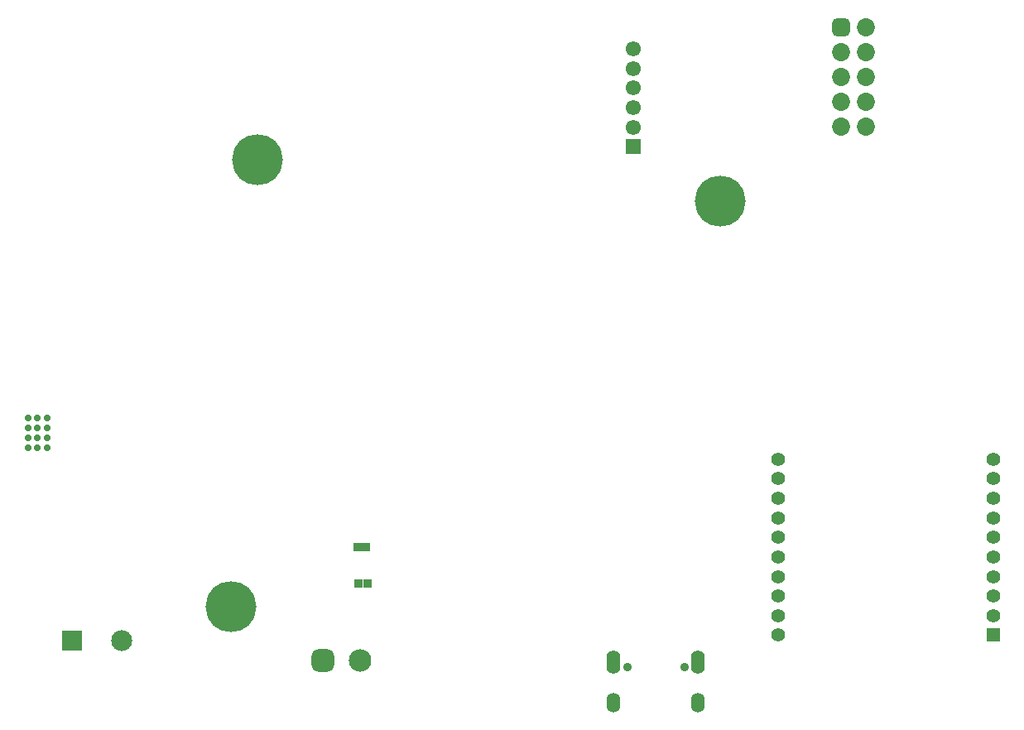
<source format=gbs>
G04*
G04 #@! TF.GenerationSoftware,Altium Limited,Altium Designer,21.9.1 (22)*
G04*
G04 Layer_Color=16711935*
%FSLAX25Y25*%
%MOIN*%
G70*
G04*
G04 #@! TF.SameCoordinates,CDD0097E-41E7-41F5-A71D-9F4D08275E7E*
G04*
G04*
G04 #@! TF.FilePolarity,Negative*
G04*
G01*
G75*
%ADD94R,0.03398X0.03241*%
%ADD133C,0.20485*%
%ADD134R,0.05512X0.05512*%
%ADD135C,0.05512*%
%ADD136C,0.07296*%
G04:AMPARAMS|DCode=137|XSize=72.96mil|YSize=72.96mil|CornerRadius=20.24mil|HoleSize=0mil|Usage=FLASHONLY|Rotation=270.000|XOffset=0mil|YOffset=0mil|HoleType=Round|Shape=RoundedRectangle|*
%AMROUNDEDRECTD137*
21,1,0.07296,0.03248,0,0,270.0*
21,1,0.03248,0.07296,0,0,270.0*
1,1,0.04048,-0.01624,-0.01624*
1,1,0.04048,-0.01624,0.01624*
1,1,0.04048,0.01624,0.01624*
1,1,0.04048,0.01624,-0.01624*
%
%ADD137ROUNDEDRECTD137*%
%ADD138R,0.06115X0.06115*%
%ADD139C,0.06115*%
%ADD140C,0.03556*%
%ADD141O,0.05524X0.07887*%
%ADD142O,0.05524X0.09461*%
G04:AMPARAMS|DCode=143|XSize=90.68mil|YSize=90.68mil|CornerRadius=24.67mil|HoleSize=0mil|Usage=FLASHONLY|Rotation=0.000|XOffset=0mil|YOffset=0mil|HoleType=Round|Shape=RoundedRectangle|*
%AMROUNDEDRECTD143*
21,1,0.09068,0.04134,0,0,0.0*
21,1,0.04134,0.09068,0,0,0.0*
1,1,0.04934,0.02067,-0.02067*
1,1,0.04934,-0.02067,-0.02067*
1,1,0.04934,-0.02067,0.02067*
1,1,0.04934,0.02067,0.02067*
%
%ADD143ROUNDEDRECTD143*%
%ADD144C,0.09068*%
%ADD145C,0.08465*%
%ADD146R,0.08465X0.08465*%
%ADD147C,0.02769*%
D94*
X939732Y536000D02*
D03*
X936268D02*
D03*
X936768Y521500D02*
D03*
X940232D02*
D03*
D133*
X896000Y692000D02*
D03*
X885500Y512000D02*
D03*
X1082500Y675500D02*
D03*
D134*
X1192307Y500551D02*
D03*
D135*
Y508425D02*
D03*
Y516299D02*
D03*
Y524173D02*
D03*
Y532047D02*
D03*
Y539921D02*
D03*
Y547795D02*
D03*
Y555669D02*
D03*
Y563543D02*
D03*
Y571417D02*
D03*
X1105693D02*
D03*
Y563543D02*
D03*
Y555669D02*
D03*
Y547795D02*
D03*
Y539921D02*
D03*
Y532047D02*
D03*
Y524173D02*
D03*
Y516299D02*
D03*
Y508425D02*
D03*
Y500551D02*
D03*
D136*
X1141000Y705500D02*
D03*
Y715500D02*
D03*
X1131000Y705500D02*
D03*
Y715500D02*
D03*
X1141000Y725500D02*
D03*
X1131000D02*
D03*
X1141000Y745500D02*
D03*
X1131000Y735500D02*
D03*
X1141000D02*
D03*
D137*
X1131000Y745500D02*
D03*
D138*
X1047500Y697252D02*
D03*
D139*
Y705126D02*
D03*
Y713000D02*
D03*
Y720874D02*
D03*
Y728748D02*
D03*
Y736622D02*
D03*
D140*
X1067878Y487798D02*
D03*
X1045122D02*
D03*
D141*
X1073508Y473310D02*
D03*
X1039492D02*
D03*
D142*
X1073508Y489767D02*
D03*
X1039492D02*
D03*
D143*
X922500Y490386D02*
D03*
D144*
X937500D02*
D03*
D145*
X841500Y498248D02*
D03*
D146*
X821500D02*
D03*
D147*
X807500Y587906D02*
D03*
X811437D02*
D03*
X803563D02*
D03*
Y583968D02*
D03*
Y580031D02*
D03*
Y576094D02*
D03*
X811437D02*
D03*
X807500D02*
D03*
X811437Y580031D02*
D03*
X807500D02*
D03*
X811437Y583968D02*
D03*
X807500D02*
D03*
M02*

</source>
